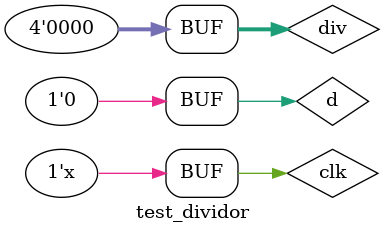
<source format=v>
`timescale 1ns / 1ps


module test_dividor(

    );
    
    reg clk = 0;
    always #10 clk <= ~clk;
    
    reg d = 0;
    reg [3:0] div = 0;
    parameter N = 9;
    
    dividor di(.clk(clk), .clk_10Hz(d));
endmodule

</source>
